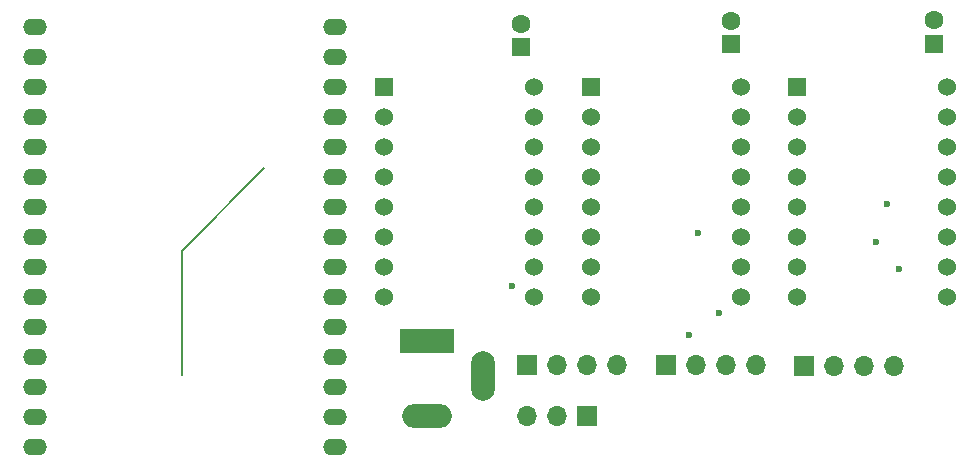
<source format=gbr>
%TF.GenerationSoftware,KiCad,Pcbnew,8.0.3*%
%TF.CreationDate,2024-08-08T00:21:50-04:00*%
%TF.ProjectId,sheepycam,73686565-7079-4636-916d-2e6b69636164,rev?*%
%TF.SameCoordinates,Original*%
%TF.FileFunction,Copper,L2,Inr*%
%TF.FilePolarity,Positive*%
%FSLAX46Y46*%
G04 Gerber Fmt 4.6, Leading zero omitted, Abs format (unit mm)*
G04 Created by KiCad (PCBNEW 8.0.3) date 2024-08-08 00:21:50*
%MOMM*%
%LPD*%
G01*
G04 APERTURE LIST*
%TA.AperFunction,ComponentPad*%
%ADD10R,1.530000X1.530000*%
%TD*%
%TA.AperFunction,ComponentPad*%
%ADD11C,1.530000*%
%TD*%
%TA.AperFunction,ComponentPad*%
%ADD12R,1.700000X1.700000*%
%TD*%
%TA.AperFunction,ComponentPad*%
%ADD13O,1.700000X1.700000*%
%TD*%
%TA.AperFunction,ComponentPad*%
%ADD14R,1.600000X1.600000*%
%TD*%
%TA.AperFunction,ComponentPad*%
%ADD15C,1.600000*%
%TD*%
%TA.AperFunction,ComponentPad*%
%ADD16O,2.000000X1.400000*%
%TD*%
%TA.AperFunction,ComponentPad*%
%ADD17R,4.600000X2.000000*%
%TD*%
%TA.AperFunction,ComponentPad*%
%ADD18O,4.200000X2.000000*%
%TD*%
%TA.AperFunction,ComponentPad*%
%ADD19O,2.000000X4.200000*%
%TD*%
%TA.AperFunction,ViaPad*%
%ADD20C,0.600000*%
%TD*%
%TA.AperFunction,Conductor*%
%ADD21C,0.200000*%
%TD*%
G04 APERTURE END LIST*
D10*
%TO.N,GND*%
%TO.C,U2*%
X149150000Y-60360000D03*
D11*
%TO.N,+3V3*%
X149150000Y-62900000D03*
X149150000Y-65440000D03*
X149150000Y-67980000D03*
%TO.N,Net-(U2-~{RESET})*%
X149150000Y-70520000D03*
X149150000Y-73060000D03*
%TO.N,XSTEP*%
X149150000Y-75600000D03*
%TO.N,XDIR*%
X149150000Y-78140000D03*
%TO.N,GND*%
X161850000Y-78140000D03*
%TO.N,+3V3*%
X161850000Y-75600000D03*
%TO.N,Net-(J2-B+)*%
X161850000Y-73060000D03*
%TO.N,Net-(J2-A+)*%
X161850000Y-70520000D03*
%TO.N,Net-(J2-A-)*%
X161850000Y-67980000D03*
%TO.N,Net-(J2-B-)*%
X161850000Y-65440000D03*
%TO.N,GND*%
X161850000Y-62900000D03*
%TO.N,+12V*%
X161850000Y-60360000D03*
%TD*%
D10*
%TO.N,GND*%
%TO.C,U4*%
X184140000Y-60360000D03*
D11*
%TO.N,+3V3*%
X184140000Y-62900000D03*
X184140000Y-65440000D03*
X184140000Y-67980000D03*
%TO.N,Net-(U4-~{RESET})*%
X184140000Y-70520000D03*
X184140000Y-73060000D03*
%TO.N,ZSTEP*%
X184140000Y-75600000D03*
%TO.N,ZDIR*%
X184140000Y-78140000D03*
%TO.N,GND*%
X196840000Y-78140000D03*
%TO.N,+3V3*%
X196840000Y-75600000D03*
%TO.N,Net-(J4-B+)*%
X196840000Y-73060000D03*
%TO.N,Net-(J4-A+)*%
X196840000Y-70520000D03*
%TO.N,Net-(J4-A-)*%
X196840000Y-67980000D03*
%TO.N,Net-(J4-B-)*%
X196840000Y-65440000D03*
%TO.N,GND*%
X196840000Y-62900000D03*
%TO.N,+12V*%
X196840000Y-60360000D03*
%TD*%
D12*
%TO.N,Net-(J3-A+)*%
%TO.C,J3*%
X172994775Y-83940000D03*
D13*
%TO.N,Net-(J3-A-)*%
X175534775Y-83940000D03*
%TO.N,Net-(J3-B+)*%
X178074775Y-83940000D03*
%TO.N,Net-(J3-B-)*%
X180614775Y-83940000D03*
%TD*%
D14*
%TO.N,+12V*%
%TO.C,C1*%
X178494775Y-56750000D03*
D15*
%TO.N,GND*%
X178494775Y-54750000D03*
%TD*%
%TO.N,GND*%
%TO.C,C2*%
X195744775Y-54690000D03*
D14*
%TO.N,+12V*%
X195744775Y-56690000D03*
%TD*%
%TO.N,+12V*%
%TO.C,C3*%
X160744775Y-57000000D03*
D15*
%TO.N,GND*%
X160744775Y-55000000D03*
%TD*%
D10*
%TO.N,GND*%
%TO.C,U3*%
X166645000Y-60360000D03*
D11*
%TO.N,+3V3*%
X166645000Y-62900000D03*
X166645000Y-65440000D03*
X166645000Y-67980000D03*
%TO.N,Net-(U3-~{RESET})*%
X166645000Y-70520000D03*
X166645000Y-73060000D03*
%TO.N,YSTEP*%
X166645000Y-75600000D03*
%TO.N,YDIR*%
X166645000Y-78140000D03*
%TO.N,GND*%
X179345000Y-78140000D03*
%TO.N,+3V3*%
X179345000Y-75600000D03*
%TO.N,Net-(J3-B+)*%
X179345000Y-73060000D03*
%TO.N,Net-(J3-A+)*%
X179345000Y-70520000D03*
%TO.N,Net-(J3-A-)*%
X179345000Y-67980000D03*
%TO.N,Net-(J3-B-)*%
X179345000Y-65440000D03*
%TO.N,GND*%
X179345000Y-62900000D03*
%TO.N,+12V*%
X179345000Y-60360000D03*
%TD*%
D12*
%TO.N,Net-(J4-A+)*%
%TO.C,J4*%
X184710000Y-84000000D03*
D13*
%TO.N,Net-(J4-A-)*%
X187250000Y-84000000D03*
%TO.N,Net-(J4-B+)*%
X189790000Y-84000000D03*
%TO.N,Net-(J4-B-)*%
X192330000Y-84000000D03*
%TD*%
D16*
%TO.N,unconnected-(U1-EN-Pad1)*%
%TO.C,U1*%
X145000000Y-90810000D03*
%TO.N,unconnected-(U1-GPIO36-Pad2)*%
X145000000Y-88270000D03*
%TO.N,unconnected-(U1-GPIO39-Pad3)*%
X145000000Y-85730000D03*
%TO.N,unconnected-(U1-GPIO34-Pad4)*%
X145000000Y-83190000D03*
%TO.N,unconnected-(U1-GPIO35-Pad5)*%
X145000000Y-80650000D03*
%TO.N,unconnected-(U1-GPIO32-Pad6)*%
X145000000Y-78110000D03*
%TO.N,unconnected-(U1-GPIO33-Pad7)*%
X145000000Y-75570000D03*
%TO.N,ZSTEP*%
X145000000Y-73030000D03*
%TO.N,ZDIR*%
X145000000Y-70490000D03*
%TO.N,YSTEP*%
X145000000Y-67950000D03*
%TO.N,YDIR*%
X145000000Y-65410000D03*
%TO.N,XSTEP*%
X145000000Y-62870000D03*
%TO.N,XDIR*%
X145000000Y-60330000D03*
%TO.N,GND*%
X145000000Y-57790000D03*
%TO.N,unconnected-(U1-5V-Pad15)*%
X145000000Y-55250000D03*
%TO.N,+3V3*%
X119600000Y-55250000D03*
%TO.N,GND*%
X119600000Y-57790000D03*
%TO.N,unconnected-(U1-GPIO15-Pad18)*%
X119600000Y-60330000D03*
%TO.N,unconnected-(U1-GPIO2-Pad19)*%
X119600000Y-62870000D03*
%TO.N,unconnected-(U1-GPIO4-Pad20)*%
X119600000Y-65410000D03*
%TO.N,unconnected-(U1-GPIO16-Pad21)*%
X119600000Y-67950000D03*
%TO.N,unconnected-(U1-GPIO17-Pad22)*%
X119600000Y-70490000D03*
%TO.N,unconnected-(U1-GPIO5-Pad23)*%
X119600000Y-73030000D03*
%TO.N,unconnected-(U1-GPIO18-Pad24)*%
X119600000Y-75570000D03*
%TO.N,unconnected-(U1-GPIO19-Pad25)*%
X119600000Y-78110000D03*
%TO.N,unconnected-(U1-GPIO21-Pad26)*%
X119600000Y-80650000D03*
%TO.N,unconnected-(U1-GPIO3-Pad27)*%
X119600000Y-83190000D03*
%TO.N,unconnected-(U1-GPIO1-Pad28)*%
X119600000Y-85730000D03*
%TO.N,unconnected-(U1-GPIO22-Pad29)*%
X119600000Y-88270000D03*
%TO.N,unconnected-(U1-GPIO23-Pad30)*%
X119600000Y-90810000D03*
%TD*%
D12*
%TO.N,Net-(J2-A+)*%
%TO.C,J2*%
X161250000Y-83940000D03*
D13*
%TO.N,Net-(J2-A-)*%
X163790000Y-83940000D03*
%TO.N,Net-(J2-B+)*%
X166330000Y-83940000D03*
%TO.N,Net-(J2-B-)*%
X168870000Y-83940000D03*
%TD*%
D17*
%TO.N,GND*%
%TO.C,J5*%
X152744775Y-81890000D03*
D18*
%TO.N,+12V*%
X152744775Y-88190000D03*
D19*
%TO.N,N/C*%
X157544775Y-84790000D03*
%TD*%
D12*
%TO.N,unconnected-(J1-Pin_1-Pad1)*%
%TO.C,J1*%
X166290000Y-88250000D03*
D13*
%TO.N,unconnected-(J1-Pin_2-Pad2)*%
X163750000Y-88250000D03*
%TO.N,unconnected-(J1-Pin_3-Pad3)*%
X161210000Y-88250000D03*
%TD*%
D20*
%TO.N,Net-(J2-A+)*%
X160000000Y-77250000D03*
%TO.N,Net-(J4-A+)*%
X190750000Y-73500000D03*
%TO.N,Net-(J4-A-)*%
X191750000Y-70250000D03*
%TO.N,Net-(J4-B+)*%
X192750000Y-75750000D03*
%TO.N,Net-(J3-B+)*%
X177500000Y-79500000D03*
%TO.N,Net-(J3-A+)*%
X175750000Y-72750000D03*
X175000000Y-81400000D03*
%TD*%
D21*
%TO.N,*%
X132000000Y-74250000D02*
X132000000Y-84750000D01*
X139000000Y-67250000D02*
X132000000Y-74250000D01*
%TD*%
M02*

</source>
